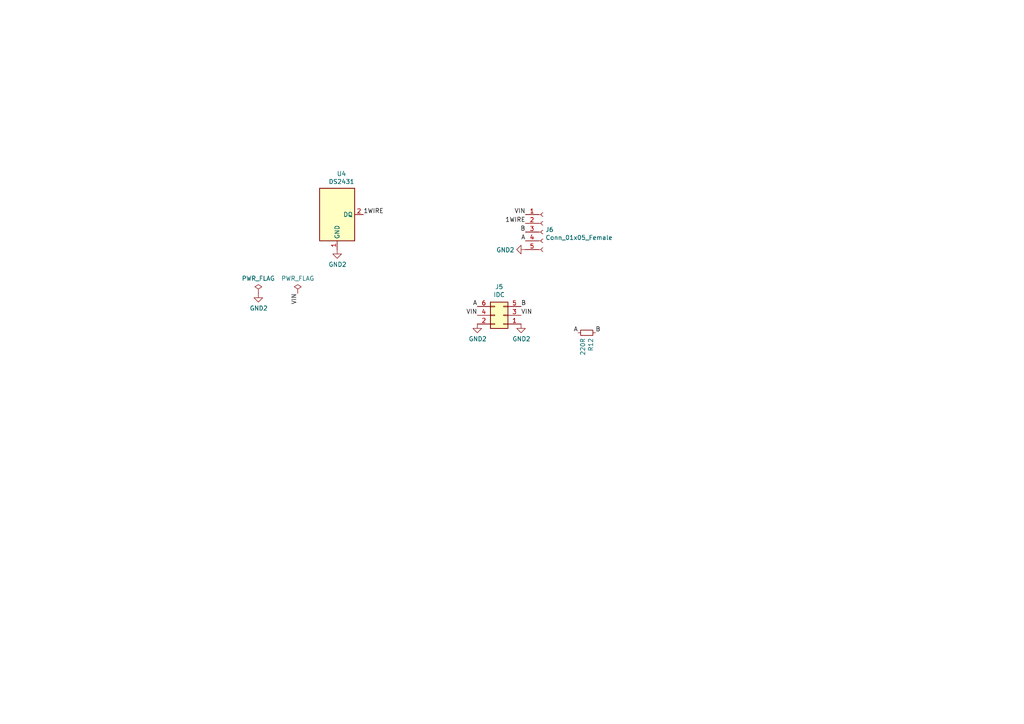
<source format=kicad_sch>
(kicad_sch (version 20201015) (generator eeschema)
  (paper "A4")
  (lib_symbols
    (symbol "Connector:Conn_01x05_Female" (pin_names (offset 1.016) hide)
      (property "Reference" "J" (at 0 7.62 0))
      (property "Value" "Conn_01x05_Female" (at 0 -7.62 0))
      (symbol "Conn_01x05_Female_1_1"
        (arc (start 0 -4.572) (end 0 -5.588) (radius (at 0 -5.08) (length 0.508) (angles 90.1 -90.1)) (stroke (width 0.1524)))
        (arc (start 0 -2.032) (end 0 -3.048) (radius (at 0 -2.54) (length 0.508) (angles 90.1 -90.1)) (stroke (width 0.1524)))
        (arc (start 0 0.508) (end 0 -0.508) (radius (at 0 0) (length 0.508) (angles 90.1 -90.1)) (stroke (width 0.1524)))
        (arc (start 0 3.048) (end 0 2.032) (radius (at 0 2.54) (length 0.508) (angles 90.1 -90.1)) (stroke (width 0.1524)))
        (arc (start 0 5.588) (end 0 4.572) (radius (at 0 5.08) (length 0.508) (angles 90.1 -90.1)) (stroke (width 0.1524)))
        (polyline (pts (xy -1.27 -5.08) (xy -0.508 -5.08)) (stroke (width 0.1524)))
        (polyline (pts (xy -1.27 -2.54) (xy -0.508 -2.54)) (stroke (width 0.1524)))
        (polyline (pts (xy -1.27 0) (xy -0.508 0)) (stroke (width 0.1524)))
        (polyline (pts (xy -1.27 2.54) (xy -0.508 2.54)) (stroke (width 0.1524)))
        (polyline (pts (xy -1.27 5.08) (xy -0.508 5.08)) (stroke (width 0.1524)))
        (pin passive line (at -5.08 5.08 0) (length 3.81) (name "Pin_1") (number "1"))
        (pin passive line (at -5.08 2.54 0) (length 3.81) (name "Pin_2") (number "2"))
        (pin passive line (at -5.08 0 0) (length 3.81) (name "Pin_3") (number "3"))
        (pin passive line (at -5.08 -2.54 0) (length 3.81) (name "Pin_4") (number "4"))
        (pin passive line (at -5.08 -5.08 0) (length 3.81) (name "Pin_5") (number "5"))
      )
    )
    (symbol "Connector_Generic:Conn_02x03_Odd_Even" (pin_names (offset 1.016) hide)
      (property "Reference" "J" (at 1.27 5.08 0))
      (property "Value" "Conn_02x03_Odd_Even" (at 1.27 -5.08 0))
      (symbol "Conn_02x03_Odd_Even_1_1"
        (rectangle (start -1.27 -2.413) (end 0 -2.667) (stroke (width 0.1524)))
        (rectangle (start -1.27 2.667) (end 0 2.413) (stroke (width 0.1524)))
        (rectangle (start -1.27 3.81) (end 3.81 -3.81) (stroke (width 0.254)) (fill (type background)))
        (rectangle (start -1.27 0.127) (end 0 -0.127) (stroke (width 0.1524)))
        (rectangle (start 3.81 -2.413) (end 2.54 -2.667) (stroke (width 0.1524)))
        (rectangle (start 3.81 2.667) (end 2.54 2.413) (stroke (width 0.1524)))
        (rectangle (start 3.81 0.127) (end 2.54 -0.127) (stroke (width 0.1524)))
        (pin passive line (at -5.08 2.54 0) (length 3.81) (name "Pin_1") (number "1"))
        (pin passive line (at 7.62 2.54 180) (length 3.81) (name "Pin_2") (number "2"))
        (pin passive line (at -5.08 0 0) (length 3.81) (name "Pin_3") (number "3"))
        (pin passive line (at 7.62 0 180) (length 3.81) (name "Pin_4") (number "4"))
        (pin passive line (at -5.08 -2.54 0) (length 3.81) (name "Pin_5") (number "5"))
        (pin passive line (at 7.62 -2.54 180) (length 3.81) (name "Pin_6") (number "6"))
      )
    )
    (symbol "Device:R_Small" (pin_numbers hide) (pin_names (offset 0.254) hide)
      (property "Reference" "R" (at 0.762 0.508 0))
      (property "Value" "R_Small" (at 0.762 -1.016 0))
      (symbol "R_Small_0_1"
        (rectangle (start -0.762 1.778) (end 0.762 -1.778) (stroke (width 0.2032)))
      )
      (symbol "R_Small_1_1"
        (pin passive line (at 0 2.54 270) (length 0.762) (name "~") (number "1"))
        (pin passive line (at 0 -2.54 90) (length 0.762) (name "~") (number "2"))
      )
    )
    (symbol "ds2431:DS2431"
      (property "Reference" "U" (at -3.81 8.89 0))
      (property "Value" "DS2431" (at 5.08 8.89 0))
      (symbol "DS2431_0_1"
        (rectangle (start 5.08 -7.62) (end -5.08 7.62) (stroke (width 0.254)) (fill (type background)))
      )
      (symbol "DS2431_1_1"
        (pin power_in line (at 0 -10.16 90) (length 2.54) (name "GND") (number "1"))
        (pin bidirectional line (at 7.62 0 180) (length 2.54) (name "DQ") (number "2"))
        (pin unconnected line (at -5.08 5.08 0) (length 2.54) hide (name "NC") (number "3"))
        (pin unconnected line (at -5.08 2.54 0) (length 2.54) hide (name "NC") (number "4"))
        (pin unconnected line (at -5.08 -2.54 0) (length 2.54) hide (name "NC") (number "5"))
        (pin unconnected line (at -5.08 -5.08 0) (length 2.54) hide (name "NC") (number "6"))
      )
    )
    (symbol "power:GND2" (power) (pin_names (offset 0))
      (property "Value" "GND2" (at 0 -3.81 0))
      (symbol "GND2_0_1"
        (polyline (pts (xy 0 0) (xy 0 -1.27) (xy 1.27 -1.27) (xy 0 -2.54) (xy -1.27 -1.27) (xy 0 -1.27)))
      )
      (symbol "GND2_1_1"
        (pin power_in line (at 0 0 270) (length 0) hide (name "GND2") (number "1"))
      )
    )
    (symbol "power:PWR_FLAG" (power) (pin_numbers hide) (pin_names (offset 0) hide)
      (property "Value" "PWR_FLAG" (at 0 3.81 0))
      (symbol "PWR_FLAG_0_0"
        (pin power_out line (at 0 0 90) (length 0) (name "pwr") (number "1"))
      )
      (symbol "PWR_FLAG_0_1"
        (polyline (pts (xy 0 0) (xy 0 1.27) (xy -1.016 1.905) (xy 0 2.54) (xy 1.016 1.905) (xy 0 1.27)))
      )
    )
  )
  (label "VIN" (at 86.36 85.09 270))
  (label "1WIRE" (at 105.41 62.23 0))
  (label "A" (at 138.43 88.9 180))
  (label "VIN" (at 138.43 91.44 180))
  (label "B" (at 151.13 88.9 0))
  (label "VIN" (at 151.13 91.44 0))
  (label "VIN" (at 152.4 62.23 180))
  (label "1WIRE" (at 152.4 64.77 180))
  (label "B" (at 152.4 67.31 180))
  (label "A" (at 152.4 69.85 180))
  (label "A" (at 167.64 96.52 180))
  (label "B" (at 172.72 96.52 0))
  (symbol (lib_id "power:PWR_FLAG") (at 74.93 85.09 0) (unit 1)
    (property "Reference" "#FLG0102" (effects hide))
    (property "Value" "PWR_FLAG" (at 74.93 80.7656 0))
  )
  (symbol (lib_id "power:PWR_FLAG") (at 86.36 85.09 0) (unit 1)
    (property "Reference" "#FLG0103" (effects hide))
    (property "Value" "PWR_FLAG" (at 86.36 80.7656 0))
  )
  (symbol (lib_id "power:GND2") (at 74.93 85.09 0) (unit 1)
    (property "Reference" "#PWR0102" (effects hide))
    (property "Value" "GND2" (at 75.0443 89.4144 0))
  )
  (symbol (lib_id "power:GND2") (at 97.79 72.39 0) (unit 1)
    (property "Reference" "#PWR0104" (effects hide))
    (property "Value" "GND2" (at 97.9043 76.7144 0))
  )
  (symbol (lib_id "power:GND2") (at 138.43 93.98 0) (unit 1)
    (property "Reference" "#PWR027" (effects hide))
    (property "Value" "GND2" (at 138.5443 98.3044 0))
  )
  (symbol (lib_id "power:GND2") (at 151.13 93.98 0) (unit 1)
    (property "Reference" "#PWR028" (effects hide))
    (property "Value" "GND2" (at 151.2443 98.3044 0))
  )
  (symbol (lib_id "power:GND2") (at 152.4 72.39 270) (unit 1)
    (property "Reference" "#PWR030" (effects hide))
    (property "Value" "GND2" (at 149.2249 72.5043 90) (effects (justify right)))
  )
  (symbol (lib_id "Device:R_Small") (at 170.18 96.52 270) (unit 1)
    (property "Reference" "R12" (at 171.3484 98.0186 0) (effects (justify left)))
    (property "Value" "220R" (at 169.037 98.0186 0) (effects (justify left)))
    (property "Footprint" "Resistor_SMD:R_0603_1608Metric_Pad0.98x0.95mm_HandSolder" (effects hide))
  )
  (symbol (lib_id "Connector:Conn_01x05_Female") (at 157.48 67.31 0) (unit 1)
    (property "Reference" "J6" (at 158.1913 66.6178 0) (effects (justify left)))
    (property "Value" "Conn_01x05_Female" (at 158.1913 68.9165 0) (effects (justify left)))
    (property "Footprint" "Connector_PinSocket_2.54mm:PinSocket_1x05_P2.54mm_Vertical" (effects hide))
  )
  (symbol (lib_id "Connector_Generic:Conn_02x03_Odd_Even") (at 146.05 91.44 180) (unit 1)
    (property "Reference" "J5" (at 144.78 83.185 0))
    (property "Value" "IDC" (at 144.78 85.4964 0))
    (property "Footprint" "Connector_IDC:IDC-Header_2x03_P2.54mm_Vertical" (effects hide))
  )
  (symbol (lib_id "ds2431:DS2431") (at 97.79 62.23 0) (unit 1)
    (property "Reference" "U4" (at 99.06 50.3998 0))
    (property "Value" "DS2431" (at 99.06 52.6985 0))
    (property "Footprint" "RS485 Test:TSOC-6_3.76x3.94mm_P1.27mm" (effects hide))
    (property "Datasheet" "http://pdfserv.maximintegrated.com/en/ds/DS2401.pdf" (effects hide))
  )
)
</source>
